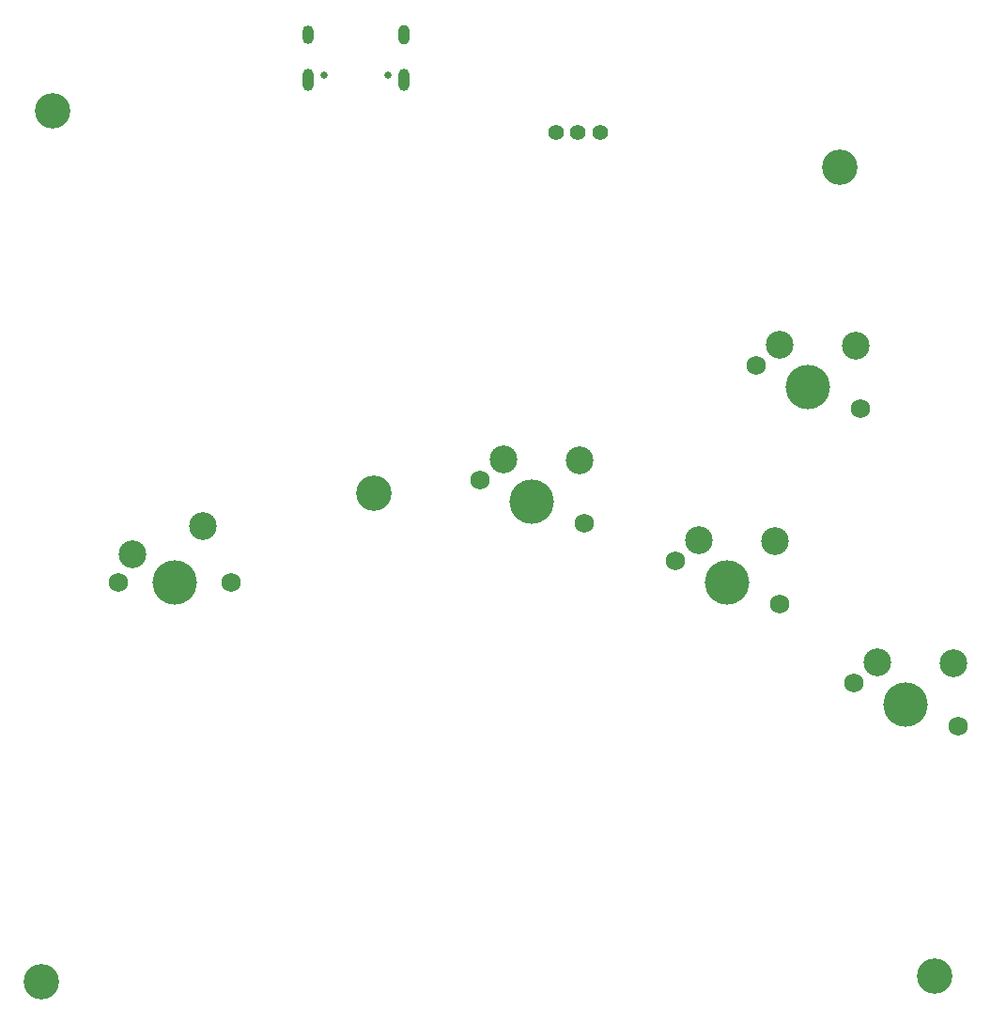
<source format=gbr>
%TF.GenerationSoftware,KiCad,Pcbnew,8.0.4*%
%TF.CreationDate,2024-07-23T18:00:38-07:00*%
%TF.ProjectId,2board_a,32626f61-7264-45f6-912e-6b696361645f,rev?*%
%TF.SameCoordinates,Original*%
%TF.FileFunction,Soldermask,Bot*%
%TF.FilePolarity,Negative*%
%FSLAX46Y46*%
G04 Gerber Fmt 4.6, Leading zero omitted, Abs format (unit mm)*
G04 Created by KiCad (PCBNEW 8.0.4) date 2024-07-23 18:00:39*
%MOMM*%
%LPD*%
G01*
G04 APERTURE LIST*
%ADD10C,3.200000*%
%ADD11C,1.750000*%
%ADD12C,4.000000*%
%ADD13C,2.500000*%
%ADD14C,0.650000*%
%ADD15O,1.000000X2.000000*%
%ADD16O,1.000000X1.800000*%
%ADD17O,1.000000X1.700000*%
%ADD18C,1.400000*%
G04 APERTURE END LIST*
D10*
%TO.C,H7*%
X177000000Y-34600000D03*
%TD*%
D11*
%TO.C,SW8_DP1*%
X111920000Y-71991696D03*
D12*
X117000000Y-71991696D03*
D11*
X122080000Y-71991696D03*
D13*
X113190000Y-69451696D03*
X119540000Y-66911696D03*
%TD*%
D10*
%TO.C,H8*%
X185500000Y-107500000D03*
%TD*%
D11*
%TO.C,SW20_RIGHT1*%
X178210635Y-81055968D03*
D12*
X182903943Y-83000000D03*
D11*
X187597251Y-84944032D03*
D13*
X180355978Y-79195322D03*
X187194629Y-79278708D03*
%TD*%
D11*
%TO.C,SW19_LEFT1*%
X144541559Y-62780211D03*
D12*
X149234867Y-64724243D03*
D11*
X153928175Y-66668275D03*
D13*
X146686902Y-60919565D03*
X153525553Y-61002951D03*
%TD*%
D14*
%TO.C,J1*%
X136265000Y-26245000D03*
X130495000Y-26245000D03*
D15*
X137700000Y-26745000D03*
D16*
X137700000Y-22605000D03*
D15*
X129060000Y-26745000D03*
D17*
X129060000Y-22605000D03*
%TD*%
D10*
%TO.C,H11*%
X135000000Y-64000000D03*
%TD*%
%TO.C,H2*%
X105000000Y-108000000D03*
%TD*%
D11*
%TO.C,SW18_DOWN1*%
X162141464Y-70070330D03*
D12*
X166834772Y-72014362D03*
D11*
X171528080Y-73958394D03*
D13*
X164286807Y-68209684D03*
X171125458Y-68293070D03*
%TD*%
D18*
%TO.C,J2*%
X155380000Y-31430000D03*
X153380000Y-31430000D03*
X151380000Y-31430000D03*
%TD*%
D11*
%TO.C,SW17_W1*%
X169431583Y-52470425D03*
D12*
X174124891Y-54414457D03*
D11*
X178818199Y-56358489D03*
D13*
X171576926Y-50609779D03*
X178415577Y-50693165D03*
%TD*%
D10*
%TO.C,H1*%
X106000000Y-29500000D03*
%TD*%
M02*

</source>
